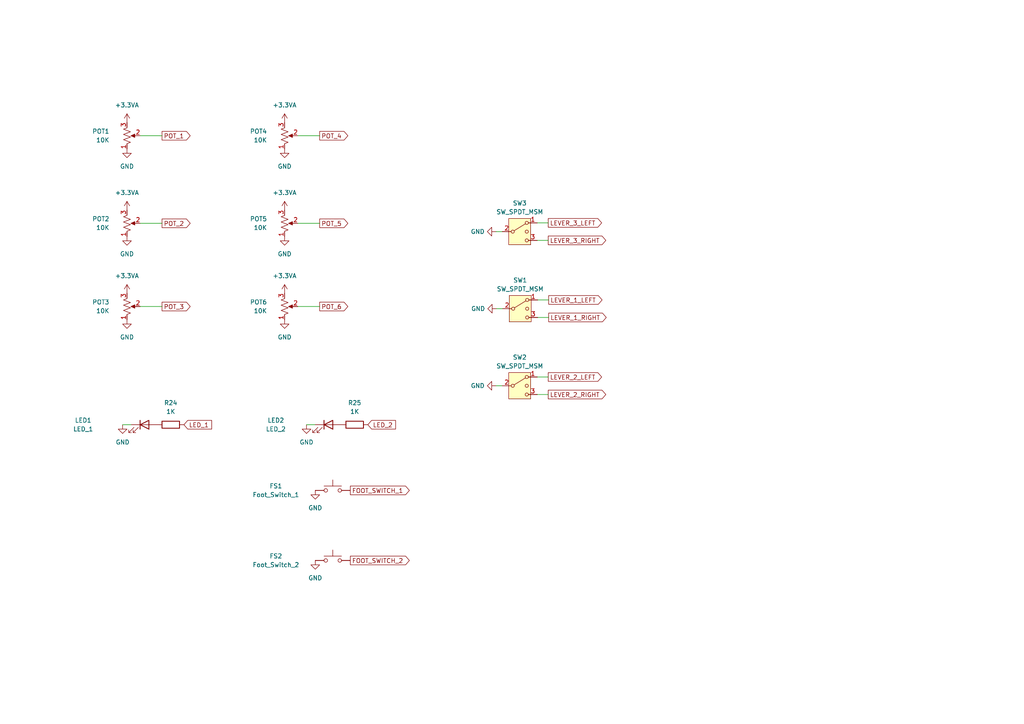
<source format=kicad_sch>
(kicad_sch (version 20250114) (generator "eeschema") (generator_version "9.0")
  (paper "A4")
  (title_block (title "Daisy Seed Guitar Pedal 125B") (date "2024-02-25") (rev "6") (company "Made by Keith Shepherd (kshep@mac.com)"))
  (lib_symbols
    (symbol "Device:LED" (pin_numbers (hide yes)) (pin_names (offset 1.016) (hide yes))
      (property "Reference" "D" (at 0 2.54 0))
      (property "Value" "LED" (at 0 -2.54 0))
      (symbol "LED_0_1"
        (polyline (pts (xy -3.048 -0.762) (xy -4.572 -2.286) (xy -3.81 -2.286) (xy -4.572 -2.286) (xy -4.572 -1.524)))
        (polyline (pts (xy -1.778 -0.762) (xy -3.302 -2.286) (xy -2.54 -2.286) (xy -3.302 -2.286) (xy -3.302 -1.524)))
        (polyline (pts (xy -1.27 0) (xy 1.27 0)))
        (polyline (pts (xy -1.27 -1.27) (xy -1.27 1.27)) (stroke (width 0.254)))
        (polyline (pts (xy 1.27 -1.27) (xy 1.27 1.27) (xy -1.27 0) (xy 1.27 -1.27)) (stroke (width 0.254)))
      )
      (symbol "LED_1_1"
        (pin passive line (at -3.81 0 0) (length 2.54) (name "K") (number "1"))
        (pin passive line (at 3.81 0 180) (length 2.54) (name "A") (number "2"))
      )
    )
    (symbol "Device:R" (pin_numbers (hide yes)) (pin_names (offset 0))
      (property "Reference" "R" (at 2.032 0 90))
      (property "Value" "R" (at 0 0 90))
      (symbol "R_0_1"
        (rectangle (start -1.016 -2.54) (end 1.016 2.54) (stroke (width 0.254)))
      )
      (symbol "R_1_1"
        (pin passive line (at 0 3.81 270) (length 1.27) (name "~") (number "1"))
        (pin passive line (at 0 -3.81 90) (length 1.27) (name "~") (number "2"))
      )
    )
    (symbol "Device:R_Potentiometer_US" (pin_names (offset 1.016) (hide yes))
      (property "Reference" "RV" (at -4.445 0 90))
      (property "Value" "R_Potentiometer_US" (at -2.54 0 90))
      (symbol "R_Potentiometer_US_0_1"
        (polyline (pts (xy 0 2.54) (xy 0 2.286)))
        (polyline (pts (xy 0 2.286) (xy 1.016 1.905) (xy 0 1.524) (xy -1.016 1.143) (xy 0 0.762)))
        (polyline (pts (xy 0 0.762) (xy 1.016 0.381) (xy 0 0) (xy -1.016 -0.381) (xy 0 -0.762)))
        (polyline (pts (xy 0 -0.762) (xy 1.016 -1.143) (xy 0 -1.524) (xy -1.016 -1.905) (xy 0 -2.286)))
        (polyline (pts (xy 0 -2.286) (xy 0 -2.54)))
        (polyline (pts (xy 1.143 0) (xy 2.286 0.508) (xy 2.286 -0.508) (xy 1.143 0)) (fill (type outline)))
        (polyline (pts (xy 2.54 0) (xy 1.524 0)))
      )
      (symbol "R_Potentiometer_US_1_1"
        (pin passive line (at 0 3.81 270) (length 1.27) (name "1") (number "1"))
        (pin passive line (at 0 -3.81 90) (length 1.27) (name "3") (number "3"))
        (pin passive line (at 3.81 0 180) (length 1.27) (name "2") (number "2"))
      )
    )
    (symbol "Switch:SW_Push" (pin_numbers (hide yes)) (pin_names (offset 1.016) (hide yes))
      (property "Reference" "SW" (at 1.27 2.54 0))
      (property "Value" "SW_Push" (at 0 -1.524 0))
      (symbol "SW_Push_0_1"
        (circle (center -2.032 0) (radius 0.508))
        (polyline (pts (xy 0 1.27) (xy 0 3.048)))
        (circle (center 2.032 0) (radius 0.508))
        (polyline (pts (xy 2.54 1.27) (xy -2.54 1.27)))
        (pin passive line (at -5.08 0 0) (length 2.54) (name "1") (number "1"))
        (pin passive line (at 5.08 0 180) (length 2.54) (name "2") (number "2"))
      )
    )
    (symbol "Switch:SW_SPDT_MSM" (pin_names (offset 0) (hide yes))
      (property "Reference" "SW" (at 0 5.08 0))
      (property "Value" "SW_SPDT_MSM" (at 0 -5.08 0))
      (symbol "SW_SPDT_MSM_0_1"
        (circle (center -2.032 0) (radius 0.4572))
        (polyline (pts (xy -1.651 0.254) (xy 1.651 2.286)))
        (circle (center 2.032 2.54) (radius 0.4572))
        (circle (center 2.032 0) (radius 0.4572))
        (circle (center 2.032 -2.54) (radius 0.4572))
      )
      (symbol "SW_SPDT_MSM_1_1"
        (rectangle (start -3.175 3.81) (end 3.175 -3.81) (fill (type background)))
        (pin passive line (at -5.08 0 0) (length 2.54) (name "3") (number "2"))
        (pin passive line (at 5.08 2.54 180) (length 2.54) (name "1") (number "1"))
        (pin passive line (at 5.08 -2.54 180) (length 2.54) (name "4") (number "3"))
      )
    )
    (symbol "power:+3.3VA" (power) (pin_names (offset 0))
      (property "Value" "+3.3VA" (at 0 3.556 0))
      (symbol "+3.3VA_0_1"
        (polyline (pts (xy -0.762 1.27) (xy 0 2.54)))
        (polyline (pts (xy 0 2.54) (xy 0.762 1.27)))
        (polyline (pts (xy 0 0) (xy 0 2.54)))
      )
      (symbol "+3.3VA_1_1"
        (pin power_in line (at 0 0 90) (length 0) (hide yes) (name "+3.3VA") (number "1"))
      )
    )
    (symbol "power:GND" (power) (pin_names (offset 0))
      (property "Value" "GND" (at 0 -3.81 0))
      (symbol "GND_0_1"
        (polyline (pts (xy 0 0) (xy 0 -1.27) (xy 1.27 -1.27) (xy 0 -2.54) (xy -1.27 -1.27) (xy 0 -1.27)))
      )
      (symbol "GND_1_1"
        (pin power_in line (at 0 0 270) (length 0) (hide yes) (name "GND") (number "1"))
      )
    )
  )
  (wire (pts (xy 155.829 64.643) (xy 159.004 64.643)))
  (wire (pts (xy 35.56 123.19) (xy 38.1 123.19)))
  (wire (pts (xy 143.891 67.183) (xy 145.669 67.183)))
  (wire (pts (xy 40.64 88.9) (xy 46.99 88.9)))
  (wire (pts (xy 155.829 69.723) (xy 159.004 69.723)))
  (wire (pts (xy 40.64 64.77) (xy 46.99 64.77)))
  (wire (pts (xy 155.956 86.995) (xy 159.131 86.995)))
  (wire (pts (xy 155.829 114.427) (xy 159.004 114.427)))
  (wire (pts (xy 155.829 109.347) (xy 159.004 109.347)))
  (wire (pts (xy 143.891 111.887) (xy 145.669 111.887)))
  (wire (pts (xy 155.956 92.075) (xy 159.131 92.075)))
  (wire (pts (xy 40.64 39.37) (xy 46.99 39.37)))
  (wire (pts (xy 144.018 89.535) (xy 145.796 89.535)))
  (wire (pts (xy 86.36 64.77) (xy 92.71 64.77)))
  (wire (pts (xy 88.9 123.19) (xy 91.44 123.19)))
  (wire (pts (xy 86.36 39.37) (xy 92.71 39.37)))
  (wire (pts (xy 86.36 88.9) (xy 92.71 88.9)))
  (global_label "POT_4" (shape output) (at 92.71 39.37 0) (property "Intersheetrefs" "${INTERSHEET_REFS}" (effects (hide yes))))
  (global_label "LEVER_3_LEFT" (shape output) (at 159.004 64.643 0) (property "Intersheetrefs" "${INTERSHEET_REFS}" (effects (hide yes))))
  (global_label "LEVER_2_LEFT" (shape output) (at 159.004 109.347 0) (property "Intersheetrefs" "${INTERSHEET_REFS}" (effects (hide yes))))
  (global_label "POT_3" (shape output) (at 46.99 88.9 0) (property "Intersheetrefs" "${INTERSHEET_REFS}" (effects (hide yes))))
  (global_label "LED_1" (shape input) (at 53.34 123.19 0) (property "Intersheetrefs" "${INTERSHEET_REFS}" (effects (hide yes))))
  (global_label "LEVER_3_RIGHT" (shape output) (at 159.004 69.723 0) (property "Intersheetrefs" "${INTERSHEET_REFS}" (effects (hide yes))))
  (global_label "LEVER_1_LEFT" (shape output) (at 159.131 86.995 0) (property "Intersheetrefs" "${INTERSHEET_REFS}" (effects (hide yes))))
  (global_label "LEVER_1_RIGHT" (shape output) (at 159.131 92.075 0) (property "Intersheetrefs" "${INTERSHEET_REFS}" (effects (hide yes))))
  (global_label "LEVER_2_RIGHT" (shape output) (at 159.004 114.427 0) (property "Intersheetrefs" "${INTERSHEET_REFS}" (effects (hide yes))))
  (global_label "POT_5" (shape output) (at 92.71 64.77 0) (property "Intersheetrefs" "${INTERSHEET_REFS}" (effects (hide yes))))
  (global_label "POT_1" (shape output) (at 46.99 39.37 0) (property "Intersheetrefs" "${INTERSHEET_REFS}" (effects (hide yes))))
  (global_label "LED_2" (shape input) (at 106.68 123.19 0) (property "Intersheetrefs" "${INTERSHEET_REFS}" (effects (hide yes))))
  (global_label "FOOT_SWITCH_1" (shape output) (at 101.6 142.24 0) (property "Intersheetrefs" "${INTERSHEET_REFS}" (effects (hide yes))))
  (global_label "POT_6" (shape output) (at 92.71 88.9 0) (property "Intersheetrefs" "${INTERSHEET_REFS}" (effects (hide yes))))
  (global_label "POT_2" (shape output) (at 46.99 64.77 0) (property "Intersheetrefs" "${INTERSHEET_REFS}" (effects (hide yes))))
  (global_label "FOOT_SWITCH_2" (shape output) (at 101.6 162.56 0) (property "Intersheetrefs" "${INTERSHEET_REFS}" (effects (hide yes))))
  (symbol (lib_id "power:+3.3VA") (at 82.55 35.56 0) (unit 1)
    (property "Reference" "#PWR053" (effects (hide yes)))
    (property "Value" "+3.3VA" (at 82.55 30.48 0))
  )
  (symbol (lib_id "power:GND") (at 91.44 142.24 0) (unit 1)
    (property "Reference" "#PWR060" (effects (hide yes)))
    (property "Value" "GND" (at 91.44 147.32 0))
  )
  (symbol (lib_id "Switch:SW_Push") (at 96.52 162.56 0) (unit 1) (in_bom no)
    (property "Reference" "FS2" (at 80.01 161.29 0))
    (property "Value" "Foot_Switch_2" (at 80.01 163.83 0))
    (property "Footprint" "Connector_PinHeader_2.54mm:PinHeader_1x02_P2.54mm_Vertical" (effects (hide yes)))
  )
  (symbol (lib_id "Device:R") (at 49.53 123.19 90) (unit 1)
    (property "Reference" "R24" (at 49.53 116.84 90))
    (property "Value" "1K" (at 49.53 119.38 90))
    (property "Footprint" "Resistor_SMD:R_0805_2012Metric" (effects (hide yes)))
    (property "MPN" "C17513" (effects (hide yes)))
  )
  (symbol (lib_id "Device:R_Potentiometer_US") (at 82.55 39.37 0) (mirror x) (unit 1) (in_bom no)
    (property "Reference" "POT4" (at 77.47 38.1 0) (effects (justify right)))
    (property "Value" "10K" (at 77.47 40.64 0) (effects (justify right)))
    (property "Footprint" "GuitarPedal125B:Potentiometer_Bourns_PRS11R" (effects (hide yes)))
  )
  (symbol (lib_id "power:GND") (at 36.83 92.71 0) (unit 1)
    (property "Reference" "#PWR052" (effects (hide yes)))
    (property "Value" "GND" (at 36.83 97.79 0))
  )
  (symbol (lib_id "Switch:SW_SPDT_MSM") (at 150.749 111.887 0) (unit 1) (in_bom no)
    (property "Reference" "SW2" (at 150.749 103.632 0))
    (property "Value" "SW_SPDT_MSM" (at 150.749 106.172 0))
    (property "Footprint" "MyFootprints:MTS-103" (effects (hide yes)))
    (property "Description" "Switch, single pole double throw, center OFF position" (effects (hide yes)))
  )
  (symbol (lib_id "power:GND") (at 82.55 92.71 0) (unit 1)
    (property "Reference" "#PWR058" (effects (hide yes)))
    (property "Value" "GND" (at 82.55 97.79 0))
  )
  (symbol (lib_id "Device:R_Potentiometer_US") (at 82.55 88.9 0) (mirror x) (unit 1) (in_bom no)
    (property "Reference" "POT6" (at 77.47 87.63 0) (effects (justify right)))
    (property "Value" "10K" (at 77.47 90.17 0) (effects (justify right)))
    (property "Footprint" "GuitarPedal125B:Potentiometer_Bourns_PRS11R" (effects (hide yes)))
  )
  (symbol (lib_id "Device:LED") (at 41.91 123.19 0) (unit 1) (in_bom no)
    (property "Reference" "LED1" (at 24.13 121.92 0))
    (property "Value" "LED_1" (at 24.13 124.46 0))
    (property "Footprint" "Connector_PinHeader_2.54mm:PinHeader_1x02_P2.54mm_Vertical" (effects (hide yes)))
  )
  (symbol (lib_id "power:GND") (at 143.891 67.183 270) (unit 1)
    (property "Reference" "#PWR068" (effects (hide yes)))
    (property "Value" "GND" (at 140.589 67.1829 90) (effects (justify right)))
  )
  (symbol (lib_id "power:+3.3VA") (at 82.55 85.09 0) (unit 1)
    (property "Reference" "#PWR057" (effects (hide yes)))
    (property "Value" "+3.3VA" (at 82.55 80.01 0))
  )
  (symbol (lib_id "power:+3.3VA") (at 82.55 60.96 0) (unit 1)
    (property "Reference" "#PWR055" (effects (hide yes)))
    (property "Value" "+3.3VA" (at 82.55 55.88 0))
  )
  (symbol (lib_id "power:GND") (at 144.018 89.535 270) (unit 1)
    (property "Reference" "#PWR044" (effects (hide yes)))
    (property "Value" "GND" (at 140.716 89.5349 90) (effects (justify right)))
  )
  (symbol (lib_id "power:+3.3VA") (at 36.83 35.56 0) (unit 1)
    (property "Reference" "#PWR047" (effects (hide yes)))
    (property "Value" "+3.3VA" (at 36.83 30.48 0))
  )
  (symbol (lib_id "Device:LED") (at 95.25 123.19 0) (unit 1) (in_bom no)
    (property "Reference" "LED2" (at 80.01 121.92 0))
    (property "Value" "LED_2" (at 80.01 124.46 0))
    (property "Footprint" "Connector_PinHeader_2.54mm:PinHeader_1x02_P2.54mm_Vertical" (effects (hide yes)))
  )
  (symbol (lib_id "Switch:SW_SPDT_MSM") (at 150.876 89.535 0) (unit 1) (in_bom no)
    (property "Reference" "SW1" (at 150.876 81.28 0))
    (property "Value" "SW_SPDT_MSM" (at 150.876 83.82 0))
    (property "Footprint" "MyFootprints:MTS-103" (effects (hide yes)))
    (property "Description" "Switch, single pole double throw, center OFF position" (effects (hide yes)))
  )
  (symbol (lib_id "power:GND") (at 36.83 43.18 0) (unit 1)
    (property "Reference" "#PWR048" (effects (hide yes)))
    (property "Value" "GND" (at 36.83 48.26 0))
  )
  (symbol (lib_id "power:GND") (at 82.55 68.58 0) (unit 1)
    (property "Reference" "#PWR056" (effects (hide yes)))
    (property "Value" "GND" (at 82.55 73.66 0))
  )
  (symbol (lib_id "power:GND") (at 82.55 43.18 0) (unit 1)
    (property "Reference" "#PWR054" (effects (hide yes)))
    (property "Value" "GND" (at 82.55 48.26 0))
  )
  (symbol (lib_id "power:GND") (at 143.891 111.887 270) (unit 1)
    (property "Reference" "#PWR045" (effects (hide yes)))
    (property "Value" "GND" (at 140.589 111.8869 90) (effects (justify right)))
  )
  (symbol (lib_id "Device:R_Potentiometer_US") (at 36.83 39.37 0) (mirror x) (unit 1) (in_bom no)
    (property "Reference" "POT1" (at 31.75 38.1 0) (effects (justify right)))
    (property "Value" "10K" (at 31.75 40.64 0) (effects (justify right)))
    (property "Footprint" "GuitarPedal125B:Potentiometer_Bourns_PRS11R" (effects (hide yes)))
  )
  (symbol (lib_id "power:GND") (at 35.56 123.19 0) (unit 1)
    (property "Reference" "#PWR046" (effects (hide yes)))
    (property "Value" "GND" (at 35.56 128.27 0))
  )
  (symbol (lib_id "Device:R") (at 102.87 123.19 90) (unit 1)
    (property "Reference" "R25" (at 102.87 116.84 90))
    (property "Value" "1K" (at 102.87 119.38 90))
    (property "Footprint" "Resistor_SMD:R_0805_2012Metric" (effects (hide yes)))
    (property "MPN" "C17513" (effects (hide yes)))
  )
  (symbol (lib_id "power:+3.3VA") (at 36.83 60.96 0) (unit 1)
    (property "Reference" "#PWR049" (effects (hide yes)))
    (property "Value" "+3.3VA" (at 36.83 55.88 0))
  )
  (symbol (lib_id "power:GND") (at 36.83 68.58 0) (unit 1)
    (property "Reference" "#PWR050" (effects (hide yes)))
    (property "Value" "GND" (at 36.83 73.66 0))
  )
  (symbol (lib_id "Device:R_Potentiometer_US") (at 82.55 64.77 0) (mirror x) (unit 1) (in_bom no)
    (property "Reference" "POT5" (at 77.47 63.5 0) (effects (justify right)))
    (property "Value" "10K" (at 77.47 66.04 0) (effects (justify right)))
    (property "Footprint" "GuitarPedal125B:Potentiometer_Bourns_PRS11R" (effects (hide yes)))
  )
  (symbol (lib_id "Switch:SW_Push") (at 96.52 142.24 0) (unit 1) (in_bom no)
    (property "Reference" "FS1" (at 80.01 140.97 0))
    (property "Value" "Foot_Switch_1" (at 80.01 143.51 0))
    (property "Footprint" "Connector_PinHeader_2.54mm:PinHeader_1x02_P2.54mm_Vertical" (effects (hide yes)))
  )
  (symbol (lib_id "Device:R_Potentiometer_US") (at 36.83 64.77 0) (mirror x) (unit 1) (in_bom no)
    (property "Reference" "POT2" (at 31.75 63.5 0) (effects (justify right)))
    (property "Value" "10K" (at 31.75 66.04 0) (effects (justify right)))
    (property "Footprint" "GuitarPedal125B:Potentiometer_Bourns_PRS11R" (effects (hide yes)))
  )
  (symbol (lib_id "power:GND") (at 88.9 123.19 0) (unit 1)
    (property "Reference" "#PWR059" (effects (hide yes)))
    (property "Value" "GND" (at 88.9 128.27 0))
  )
  (symbol (lib_id "power:GND") (at 91.44 162.56 0) (unit 1)
    (property "Reference" "#PWR061" (effects (hide yes)))
    (property "Value" "GND" (at 91.44 167.64 0))
  )
  (symbol (lib_id "power:+3.3VA") (at 36.83 85.09 0) (unit 1)
    (property "Reference" "#PWR051" (effects (hide yes)))
    (property "Value" "+3.3VA" (at 36.83 80.01 0))
  )
  (symbol (lib_id "Switch:SW_SPDT_MSM") (at 150.749 67.183 0) (unit 1) (in_bom no)
    (property "Reference" "SW3" (at 150.749 58.928 0))
    (property "Value" "SW_SPDT_MSM" (at 150.749 61.468 0))
    (property "Footprint" "MyFootprints:MTS-103" (effects (hide yes)))
    (property "Description" "Switch, single pole double throw, center OFF position" (effects (hide yes)))
  )
  (symbol (lib_id "Device:R_Potentiometer_US") (at 36.83 88.9 0) (mirror x) (unit 1) (in_bom no)
    (property "Reference" "POT3" (at 31.75 87.63 0) (effects (justify right)))
    (property "Value" "10K" (at 31.75 90.17 0) (effects (justify right)))
    (property "Footprint" "GuitarPedal125B:Potentiometer_Bourns_PRS11R" (effects (hide yes)))
  )
)
</source>
